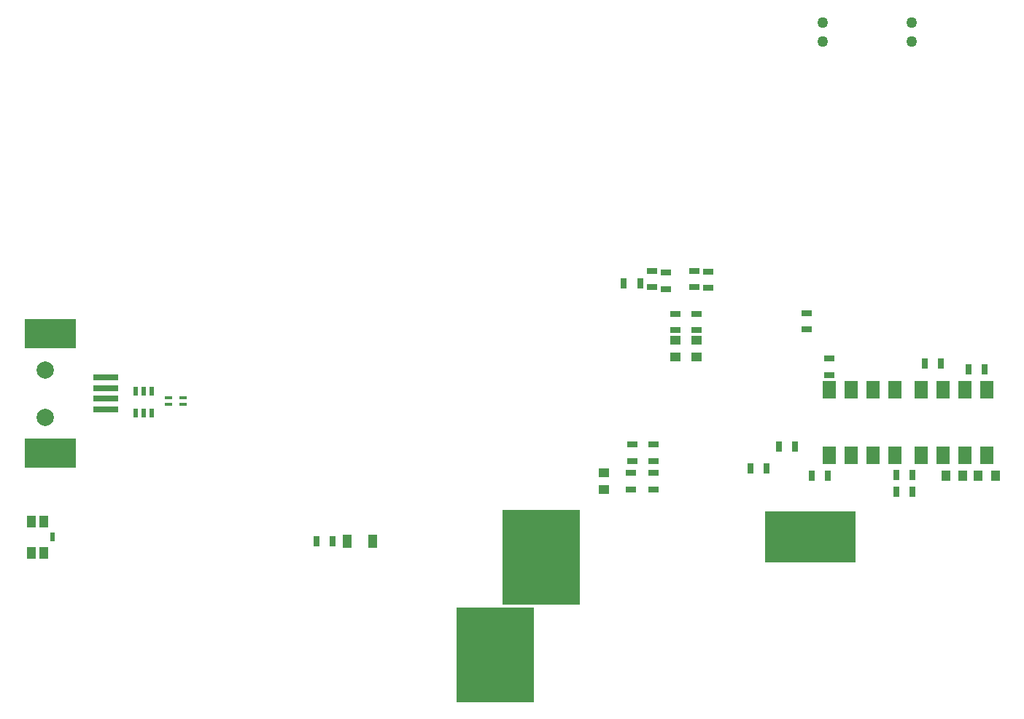
<source format=gbp>
G04 #@! TF.FileFunction,Paste,Bot*
%FSLAX46Y46*%
G04 Gerber Fmt 4.6, Leading zero omitted, Abs format (unit mm)*
G04 Created by KiCad (PCBNEW 4.0.1-stable) date 2017-04-25 2:38:03 PM*
%MOMM*%
G01*
G04 APERTURE LIST*
%ADD10C,0.150000*%
%ADD11R,0.599440X1.099820*%
%ADD12R,0.899160X0.398780*%
%ADD13R,9.000000X11.000000*%
%ADD14R,10.500000X6.000000*%
%ADD15R,1.524000X2.032000*%
%ADD16R,1.000000X1.250000*%
%ADD17R,0.700000X1.300000*%
%ADD18R,1.300000X0.700000*%
%ADD19C,1.270000*%
%ADD20R,1.250000X1.000000*%
%ADD21R,1.000000X1.600000*%
%ADD22R,0.500000X1.100000*%
%ADD23R,1.050000X1.400000*%
%ADD24R,2.997200X0.711200*%
%ADD25R,6.045200X3.403600*%
%ADD26C,2.000000*%
G04 APERTURE END LIST*
D10*
D11*
X47949960Y-67849680D03*
X47000000Y-67849680D03*
X46050040Y-67849680D03*
X46050040Y-65350320D03*
X47000000Y-65350320D03*
X47949960Y-65350320D03*
D12*
X49851640Y-66898780D03*
X51548360Y-66898780D03*
X51548360Y-66101220D03*
X49851640Y-66101220D03*
D13*
X93167000Y-84644000D03*
X87833000Y-95947000D03*
D14*
X124409000Y-82247000D03*
D15*
X137290000Y-65190000D03*
X139830000Y-65190000D03*
X142370000Y-65190000D03*
X144910000Y-65190000D03*
X144910000Y-72810000D03*
X142370000Y-72810000D03*
X139830000Y-72810000D03*
X137290000Y-72810000D03*
X134210000Y-72810000D03*
X131670000Y-72810000D03*
X129130000Y-72810000D03*
X126590000Y-72810000D03*
X126590000Y-65190000D03*
X129130000Y-65190000D03*
X131670000Y-65190000D03*
X134210000Y-65190000D03*
D16*
X145900000Y-75200000D03*
X143900000Y-75200000D03*
X140100000Y-75200000D03*
X142100000Y-75200000D03*
D17*
X144650000Y-62800000D03*
X142750000Y-62800000D03*
X139550000Y-62100000D03*
X137650000Y-62100000D03*
X136250000Y-77000000D03*
X134350000Y-77000000D03*
X124550000Y-75200000D03*
X126450000Y-75200000D03*
X136250000Y-75100000D03*
X134350000Y-75100000D03*
D18*
X126600000Y-61550000D03*
X126600000Y-63450000D03*
X110900000Y-53250000D03*
X110900000Y-51350000D03*
X106000000Y-53250000D03*
X106000000Y-51350000D03*
X106200000Y-74850000D03*
X106200000Y-76750000D03*
X103600000Y-74850000D03*
X103600000Y-76750000D03*
D19*
X136130800Y-22473200D03*
X125869200Y-22473200D03*
X136130800Y-24733800D03*
X125869200Y-24733800D03*
D20*
X108700000Y-59400000D03*
X108700000Y-61400000D03*
X111200000Y-61400000D03*
X111200000Y-59400000D03*
D17*
X104650000Y-52800000D03*
X102750000Y-52800000D03*
X67050000Y-82800000D03*
X68950000Y-82800000D03*
D18*
X103700000Y-73450000D03*
X103700000Y-71550000D03*
X106200000Y-73450000D03*
X106200000Y-71550000D03*
X108700000Y-58250000D03*
X108700000Y-56350000D03*
X111200000Y-58250000D03*
X111200000Y-56350000D03*
X107600000Y-51550000D03*
X107600000Y-53450000D03*
X112500000Y-51450000D03*
X112500000Y-53350000D03*
D20*
X100400000Y-74800000D03*
X100400000Y-76800000D03*
D17*
X119350000Y-74300000D03*
X117450000Y-74300000D03*
X122650000Y-71800000D03*
X120750000Y-71800000D03*
D18*
X124000000Y-56250000D03*
X124000000Y-58150000D03*
D21*
X73600000Y-82800000D03*
X70600000Y-82800000D03*
D22*
X36400000Y-82300000D03*
D23*
X33975000Y-80500000D03*
X33975000Y-84100000D03*
X35425000Y-80500000D03*
X35425000Y-84100000D03*
D24*
X42610400Y-63731830D03*
X42610400Y-64976430D03*
X42610400Y-66171030D03*
X42610400Y-67465630D03*
D25*
X36181660Y-58679770D03*
X36181660Y-72520230D03*
D26*
X35600000Y-62842830D03*
X35600000Y-68354630D03*
M02*

</source>
